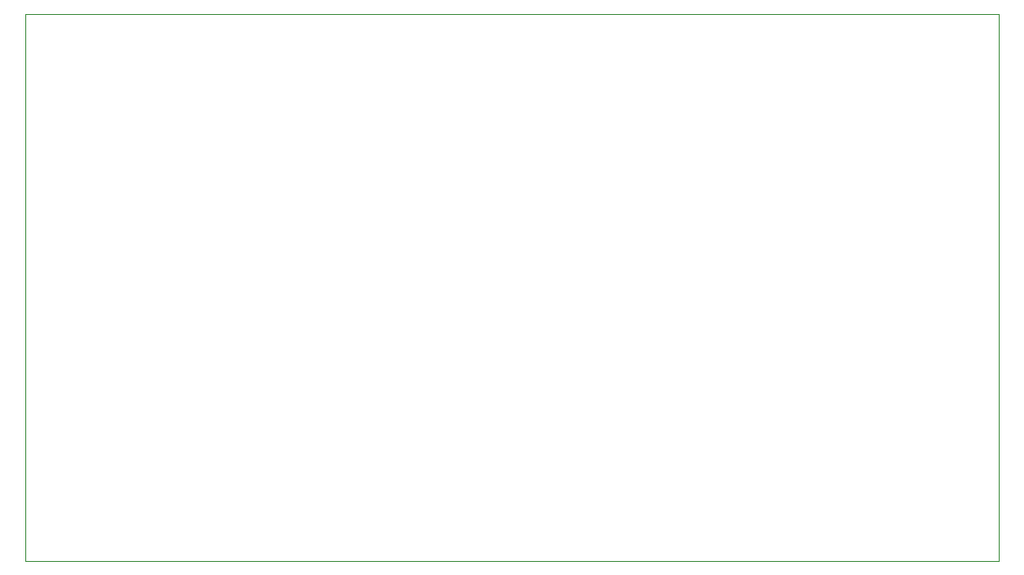
<source format=gm1>
G04 #@! TF.GenerationSoftware,KiCad,Pcbnew,(5.0.0)*
G04 #@! TF.CreationDate,2021-01-27T11:34:45+02:00*
G04 #@! TF.ProjectId,ESP32,45535033322E6B696361645F70636200,rev?*
G04 #@! TF.SameCoordinates,Original*
G04 #@! TF.FileFunction,Profile,NP*
%FSLAX46Y46*%
G04 Gerber Fmt 4.6, Leading zero omitted, Abs format (unit mm)*
G04 Created by KiCad (PCBNEW (5.0.0)) date 01/27/21 11:34:45*
%MOMM*%
%LPD*%
G01*
G04 APERTURE LIST*
%ADD10C,0.100000*%
G04 APERTURE END LIST*
D10*
X62200000Y-106100101D02*
X62200000Y-56600000D01*
X62200000Y-56600000D02*
X150300000Y-56600000D01*
X150300003Y-106100000D02*
X62199917Y-106100000D01*
X150300000Y-56600000D02*
X150300000Y-106100000D01*
M02*

</source>
